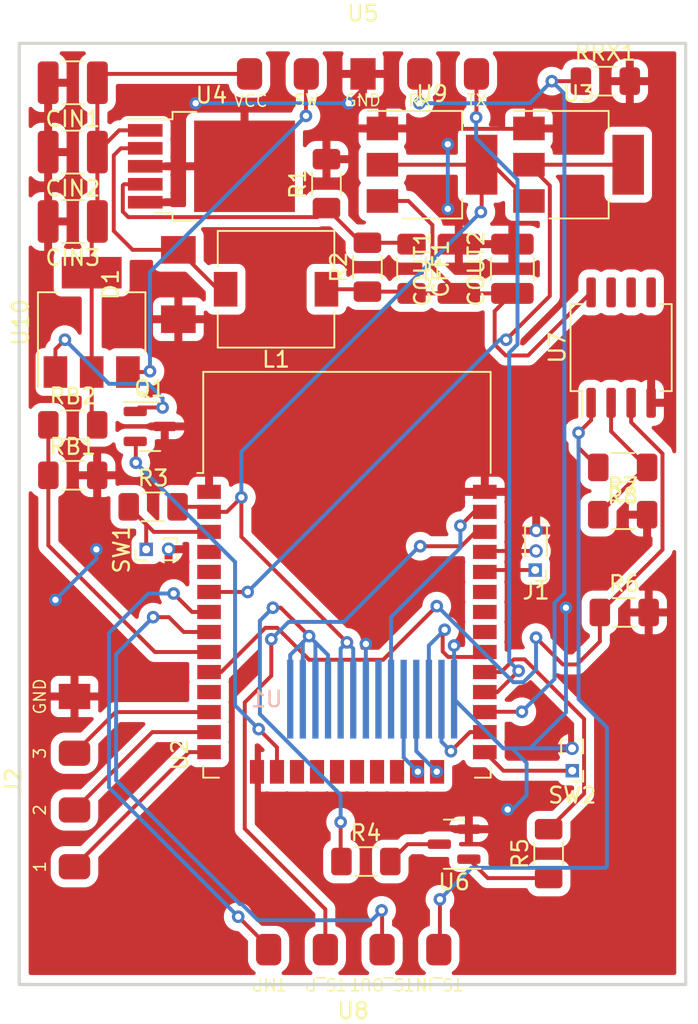
<source format=kicad_pcb>
(kicad_pcb (version 20211014) (generator pcbnew)
  (layers (0 "F.Cu" signal) (31 "B.Cu" signal) (34 "B.Paste" user) (35 "F.Paste" user) (36 "B.SilkS" user "B.Silkscreen") (37 "F.SilkS" user "F.Silkscreen") (38 "B.Mask" user) (39 "F.Mask" user) (44 "Edge.Cuts" user))
  (net 0 "")
  (net 1 "Net-(R3-Pad2)")
  (net 2 "Net-(R4-Pad1)")
  (net 3 "GND")
  (net 4 "Net-(U1-Pad2)")
  (net 5 "Net-(U1-Pad3)")
  (net 6 "Net-(U1-Pad4)")
  (net 7 "Net-(U1-Pad5)")
  (net 8 "Net-(U1-Pad6)")
  (net 10 "Net-(CFF1-Pad1)")
  (net 11 "Net-(CFF1-Pad2)")
  (net 12 "Net-(CIN1-Pad1)")
  (net 13 "Net-(D1-Pad1)")
  (net 14 "Net-(RRX1-Pad1)")
  (net 15 "Net-(U2-Pad28)")
  (net 16 "Net-(U10-Pad3)")
  (net 17 "Net-(Q1-Pad1)")
  (net 18 "Net-(RB1-Pad1)")
  (net 19 "Net-(U2-Pad6)")
  (net 20 "Net-(J1-Pad1)")
  (net 21 "Net-(J1-Pad2)")
  (net 22 "Net-(J2-Pad1)")
  (net 23 "Net-(J2-Pad2)")
  (net 24 "Net-(J2-Pad3)")
  (net 25 "Net-(Q1-Pad2)")
  (net 26 "Net-(R3-Pad1)")
  (net 27 "Net-(R5-Pad2)")
  (net 28 "Net-(R6-Pad1)")
  (net 29 "Net-(SW2-Pad1)")
  (net 32 "Net-(U2-Pad7)")
  (net 33 "Net-(U2-Pad8)")
  (net 44 "Net-(U2-Pad36)")
  (net 45 "Net-(R4-Pad2)")
  (net 46 "Net-(R5-Pad1)")
  (net 47 "Net-(R7-Pad1)")
  (net 48 "Net-(R8-Pad2)")
  (footprint "Resistor_SMD:R_1206_3216Metric_Pad1.30x1.75mm_HandSolder" (layer "F.Cu") (at 173 96.2 90)
    (fp_text reference "R1")
    (fp_text value "10K")
  )
  (footprint "Resistor_SMD:R_1206_3216Metric_Pad1.30x1.75mm_HandSolder" (layer "F.Cu") (at 190.7 89.7)
    (fp_text reference "RRX1")
    (fp_text value "4.7k")
  )
  (footprint "KT_Display:SW1" (layer "F.Cu") (at 161.7 119.4 90)
    (fp_text reference "SW1")
    (fp_text value "SW_Push_Dual")
  )
  (footprint "Capacitor_SMD:C_1210_3225Metric_Pad1.33x2.70mm_HandSolder" (layer "F.Cu") (at 184.8 101.6 90)
    (fp_text reference "COUT2")
    (fp_text value "C")
  )
  (footprint "KT_Display:SolderWire-1x4-ts" (layer "F.Cu") (at 174.7 144.8 180)
    (fp_text reference "U8")
    (fp_text value "Connection_Peripheral")
  )
  (footprint "Resistor_SMD:R_1206_3216Metric_Pad1.30x1.75mm_HandSolder" (layer "F.Cu") (at 162 116.7)
    (fp_text reference "R3")
    (fp_text value "10k")
  )
  (footprint "Resistor_SMD:R_1206_3216Metric_Pad1.30x1.75mm_HandSolder" (layer "F.Cu") (at 191.8 114.2 180)
    (fp_text reference "R8")
    (fp_text value "1k")
  )
  (footprint "Capacitor_SMD:C_1210_3225Metric_Pad1.33x2.70mm_HandSolder" (layer "F.Cu") (at 156.9 89.8 180)
    (fp_text reference "CIN1")
    (fp_text value "C")
  )
  (footprint "Capacitor_SMD:C_1210_3225Metric_Pad1.33x2.70mm_HandSolder" (layer "F.Cu") (at 181.4 101.6 90)
    (fp_text reference "COUT1")
    (fp_text value "C")
  )
  (footprint "Inductor_SMD:L_7.3x7.3_H3.5" (layer "F.Cu") (at 169.8 102.9 180)
    (fp_text reference "L1")
    (fp_text value "L")
  )
  (footprint "Connector_PinHeader_1.00mm:PinHeader_1x03_P1.00mm_Vertical" (layer "F.Cu") (at 186.3 120.5 180)
    (fp_text reference "J1")
    (fp_text value "Conn_01x03_Male")
  )
  (footprint "Resistor_SMD:R_1206_3216Metric_Pad1.30x1.75mm_HandSolder" (layer "F.Cu") (at 187.1 138.7 90)
    (fp_text reference "R5")
    (fp_text value "1k")
  )
  (footprint "Package_TO_SOT_SMD:TO-252-5_TabPin3" (layer "F.Cu") (at 165.7 95.1)
    (fp_text reference "U4")
    (fp_text value "XL7015E1")
  )
  (footprint "Package_TO_SOT_SMD:SOT-223-3_TabPin2" (layer "F.Cu") (at 179.7 95)
    (fp_text reference "U9")
    (fp_text value "NCP1117-3.3_SOT223")
  )
  (footprint "KT_Display:SolderWire-1x4-buttons" (layer "F.Cu") (at 157 134.1 90)
    (fp_text reference "J2")
    (fp_text value "Conn_01x04")
  )
  (footprint "KT_Display:SolderWire-1x5-display" (layer "F.Cu") (at 175.3 89.3)
    (fp_text reference "U5")
    (fp_text value "Connection_Display")
  )
  (footprint "KT_Display:ESP32-WROOM-32" (layer "F.Cu") (at 174.3 124)
    (fp_text reference "U2")
    (fp_text value "ESP-WROOM-32")
  )
  (footprint "Resistor_SMD:R_1206_3216Metric_Pad1.30x1.75mm_HandSolder" (layer "F.Cu") (at 156.9 114.7)
    (fp_text reference "RB1")
    (fp_text value "47k")
  )
  (footprint "Resistor_SMD:R_1206_3216Metric_Pad1.30x1.75mm_HandSolder" (layer "F.Cu") (at 191.9 123.4)
    (fp_text reference "R6")
    (fp_text value "10k")
  )
  (footprint "Resistor_SMD:R_1206_3216Metric_Pad1.30x1.75mm_HandSolder" (layer "F.Cu") (at 175.6 101.5 90)
    (fp_text reference "R2")
    (fp_text value "30K")
  )
  (footprint "Capacitor_SMD:C_1206_3216Metric_Pad1.33x1.80mm_HandSolder" (layer "F.Cu") (at 178.4 101.6 -90)
    (fp_text reference "CFF1")
    (fp_text value "C")
  )
  (footprint "Package_TO_SOT_SMD:SOT-223-3_TabPin2" (layer "F.Cu") (at 189 95)
    (fp_text reference "U3")
    (fp_text value "LM1117-1.8")
  )
  (footprint "Package_SO:SO-8_5.3x6.2mm_P1.27mm" (layer "F.Cu") (at 191.7 106.6 90)
    (fp_text reference "U7")
    (fp_text value "LM358")
  )
  (footprint "Package_TO_SOT_SMD:SOT-23" (layer "F.Cu") (at 161.8 111.6)
    (fp_text reference "Q1")
    (fp_text value "BSS123")
  )
  (footprint "Capacitor_SMD:C_1210_3225Metric_Pad1.33x2.70mm_HandSolder" (layer "F.Cu") (at 156.9 98.6 180)
    (fp_text reference "CIN3")
    (fp_text value "C")
  )
  (footprint "KT_Display:SW1" (layer "F.Cu") (at 188.6 133.3 180)
    (fp_text reference "SW2")
    (fp_text value "SW_Push_Dual")
  )
  (footprint "KT_Display:S2M" (layer "F.Cu") (at 163.6 102.6 90)
    (fp_text reference "D1")
    (fp_text value "S310")
  )
  (footprint "Resistor_SMD:R_1206_3216Metric_Pad1.30x1.75mm_HandSolder" (layer "F.Cu") (at 156.9 111.5)
    (fp_text reference "RB2")
    (fp_text value "1M")
  )
  (footprint "Resistor_SMD:R_1206_3216Metric_Pad1.30x1.75mm_HandSolder" (layer "F.Cu") (at 175.5 139.2)
    (fp_text reference "R4")
    (fp_text value "4")
  )
  (footprint "Capacitor_SMD:C_1210_3225Metric_Pad1.33x2.70mm_HandSolder" (layer "F.Cu") (at 156.9 94.2 180)
    (fp_text reference "CIN2")
    (fp_text value "C")
  )
  (footprint "Package_TO_SOT_SMD:SOT-223-3_TabPin2" (layer "F.Cu") (at 158.1 105 90)
    (fp_text reference "U10")
    (fp_text value "BTS4140N")
  )
  (footprint "Resistor_SMD:R_1206_3216Metric_Pad1.30x1.75mm_HandSolder" (layer "F.Cu") (at 191.8 117.2)
    (fp_text reference "R7")
    (fp_text value "1k")
  )
  (footprint "Package_TO_SOT_SMD:SOT-23" (layer "F.Cu") (at 181.1 138.1 180)
    (fp_text reference "U6")
    (fp_text value "Y1")
  )
  (footprint "KT_Display:ST7789V" (layer "B.Cu") (at 174.3 128.9 180)
    (fp_text reference "U1")
    (fp_text value "ST7789V")
  )
  (gr_rect (start 153.5 87.3) (end 195.8 147) (layer "Edge.Cuts") (width 0.2) (fill none))
  (segment (start 167.6 118.6) (end 174.3 125.3) (width 0.25) (layer "F.Cu") (net 1))
  (segment (start 165.23 116.7) (end 165.55 117.02) (width 0.25) (layer "F.Cu") (net 1))
  (segment (start 182.85 97.95) (end 182.8 98) (width 0.25) (layer "F.Cu") (net 1))
  (segment (start 167.6 116.1) (end 166.68 117.02) (width 0.25) (layer "F.Cu") (net 1))
  (segment (start 167.6 116.1) (end 167.6 118.6) (width 0.25) (layer "F.Cu") (net 1))
  (segment (start 176.55 95) (end 182.85 95) (width 0.25) (layer "F.Cu") (net 1))
  (segment (start 182.85 95) (end 183.55 95) (width 0.25) (layer "F.Cu") (net 1))
  (segment (start 163.55 116.7) (end 165.23 116.7) (width 0.25) (layer "F.Cu") (net 1))
  (segment (start 166.68 117.02) (end 165.55 117.02) (width 0.25) (layer "F.Cu") (net 1))
  (segment (start 183.55 95) (end 185.85 97.3) (width 0.25) (layer "F.Cu") (net 1))
  (segment (start 182.85 95) (end 182.85 97.95) (width 0.25) (layer "F.Cu") (net 1))
  (via (at 167.6 116.1) (size 0.8) (drill 0.4) (layers "F.Cu" "B.Cu") (net 1))
  (via (at 174.3 125.3) (size 0.8) (drill 0.4) (layers "F.Cu" "B.Cu") (net 1))
  (via (at 182.8 98) (size 0.8) (drill 0.4) (layers "F.Cu" "B.Cu") (net 1))
  (segment (start 173.9 125.7) (end 174.3 125.3) (width 0.25) (layer "B.Cu") (net 1))
  (segment (start 174.7 128.9) (end 174.7 125.7) (width 0.25) (layer "B.Cu") (net 1))
  (segment (start 173.9 128.9) (end 173.9 125.7) (width 0.25) (layer "B.Cu") (net 1))
  (segment (start 167.6 113.2) (end 167.6 116.1) (width 0.25) (layer "B.Cu") (net 1))
  (segment (start 182.8 98) (end 167.6 113.2) (width 0.25) (layer "B.Cu") (net 1))
  (segment (start 174.7 125.7) (end 174.3 125.3) (width 0.25) (layer "B.Cu") (net 1))
  (segment (start 171.9 124.9) (end 170.1 123.1) (width 0.25) (layer "F.Cu") (net 2))
  (segment (start 170.1 123.1) (end 169.6 123.1) (width 0.25) (layer "F.Cu") (net 2))
  (segment (start 173.9 136.7) (end 173.9 139.15) (width 0.25) (layer "F.Cu") (net 2))
  (segment (start 173.9 139.15) (end 173.95 139.2) (width 0.25) (layer "F.Cu") (net 2))
  (via (at 171.9 124.9) (size 0.8) (drill 0.4) (layers "F.Cu" "B.Cu") (net 2))
  (via (at 173.9 136.7) (size 0.8) (drill 0.4) (layers "F.Cu" "B.Cu") (net 2))
  (via (at 169.6 123.1) (size 0.8) (drill 0.4) (layers "F.Cu" "B.Cu") (net 2))
  (segment (start 171.9 124.9) (end 171.5 125.3) (width 0.25) (layer "B.Cu") (net 2))
  (segment (start 173.1 126.1) (end 173.1 128.9) (width 0.25) (layer "B.Cu") (net 2))
  (segment (start 170.7 126.1) (end 171.5 125.3) (width 0.25) (layer "B.Cu") (net 2))
  (segment (start 172.3 128.9) (end 172.3 125.3) (width 0.25) (layer "B.Cu") (net 2))
  (segment (start 168.775 123.925) (end 168.775 129.849695) (width 0.25) (layer "B.Cu") (net 2))
  (segment (start 170.7 128.9) (end 170.7 126.1) (width 0.25) (layer "B.Cu") (net 2))
  (segment (start 172.3 125.3) (end 171.9 124.9) (width 0.25) (layer "B.Cu") (net 2))
  (segment (start 173.9 134.974695) (end 173.9 136.7) (width 0.25) (layer "B.Cu") (net 2))
  (segment (start 172.3 125.3) (end 173.1 126.1) (width 0.25) (layer "B.Cu") (net 2))
  (segment (start 168.775 129.849695) (end 173.9 134.974695) (width 0.25) (layer "B.Cu") (net 2))
  (segment (start 169.6 123.1) (end 168.775 123.925) (width 0.25) (layer "B.Cu") (net 2))
  (segment (start 171.5 125.3) (end 171.5 128.9) (width 0.25) (layer "B.Cu") (net 2))
  (segment (start 185.825 92.725) (end 180.775 92.725) (width 0.25) (layer "F.Cu") (net 3))
  (segment (start 185.85 92.7) (end 185.825 92.725) (width 0.25) (layer "F.Cu") (net 3))
  (segment (start 180.775 92.725) (end 176.575 92.725) (width 0.25) (layer "F.Cu") (net 3))
  (segment (start 181.4 100.0375) (end 181.4 98.5) (width 0.25) (layer "F.Cu") (net 3))
  (segment (start 175.32 89.24) (end 175.32 90.18) (width 0.25) (layer "F.Cu") (net 3))
  (segment (start 180.7 92.8) (end 180.775 92.725) (width 0.25) (layer "F.Cu") (net 3))
  (segment (start 180.7 93.7) (end 180.7 92.8) (width 0.25) (layer "F.Cu") (net 3))
  (segment (start 181.4 98.5) (end 180.7 97.8) (width 0.25) (layer "F.Cu") (net 3))
  (segment (start 176.575 92.725) (end 176.55 92.7) (width 0.25) (layer "F.Cu") (net 3))
  (segment (start 175.32 90.18) (end 174.4 91.1) (width 0.25) (layer "F.Cu") (net 3))
  (via (at 184.5 135.9) (size 0.8) (drill 0.4) (layers "F.Cu" "B.Cu") (net 3))
  (via (at 164.7 91.1) (size 0.8) (drill 0.4) (layers "F.Cu" "B.Cu") (net 3))
  (via (at 188.2 123.1) (size 0.8) (drill 0.4) (layers "F.Cu" "B.Cu") (net 3))
  (via (at 158.4 119.4) (size 0.8) (drill 0.4) (layers "F.Cu" "B.Cu") (net 3))
  (via (at 180.7 93.7) (size 0.8) (drill 0.4) (layers "F.Cu" "B.Cu") (net 3))
  (via (at 181.1 125.5) (size 0.8) (drill 0.4) (layers "F.Cu" "B.Cu") (net 3))
  (via (at 175.5 125.4) (size 0.8) (drill 0.4) (layers "F.Cu" "B.Cu") (net 3))
  (via (at 180.7 97.8) (size 0.8) (drill 0.4) (layers "F.Cu" "B.Cu") (net 3))
  (via (at 174.4 91.1) (size 0.8) (drill 0.4) (layers "F.Cu" "B.Cu") (net 3))
  (via (at 155.8 122.6) (size 0.8) (drill 0.4) (layers "F.Cu" "B.Cu") (net 3))
  (segment (start 185.92 132.02) (end 188.55 132.02) (width 0.25) (layer "B.Cu") (net 3))
  (segment (start 180.7 97.8) (end 180.7 93.7) (width 0.25) (layer "B.Cu") (net 3))
  (segment (start 155.8 122.6) (end 158.4 120) (width 0.25) (layer "B.Cu") (net 3))
  (segment (start 185.92 132.02) (end 188.2 129.74) (width 0.25) (layer "B.Cu") (net 3))
  (segment (start 184.78 132.02) (end 185.92 132.02) (width 0.25) (layer "B.Cu") (net 3))
  (segment (start 185.7 132.94) (end 185.7 135) (width 0.25) (layer "B.Cu") (net 3))
  (segment (start 174.4 91.1) (end 164.7 91.1) (width 0.25) (layer "B.Cu") (net 3))
  (segment (start 188.2 129.74) (end 188.2 123.1) (width 0.25) (layer "B.Cu") (net 3))
  (segment (start 158.4 120) (end 158.4 119.4) (width 0.25) (layer "B.Cu") (net 3))
  (segment (start 184.8 135.9) (end 184.5 135.9) (width 0.25) (layer "B.Cu") (net 3))
  (segment (start 175.5 128.9) (end 175.5 125.4) (width 0.25) (layer "B.Cu") (net 3))
  (segment (start 181.1 128.9) (end 181.1 125.5) (width 0.25) (layer "B.Cu") (net 3))
  (segment (start 184.78 132.02) (end 185.7 132.94) (width 0.25) (layer "B.Cu") (net 3))
  (segment (start 184.22 132.02) (end 184.78 132.02) (width 0.25) (layer "B.Cu") (net 3))
  (segment (start 185.7 135) (end 184.8 135.9) (width 0.25) (layer "B.Cu") (net 3))
  (segment (start 181.1 128.9) (end 184.22 132.02) (width 0.25) (layer "B.Cu") (net 3))
  (segment (start 182.11 130.99) (end 183.05 130.99) (width 0.25) (layer "F.Cu") (net 4))
  (segment (start 180.9 132.2) (end 182.11 130.99) (width 0.25) (layer "F.Cu") (net 4))
  (via (at 180.9 132.2) (size 0.8) (drill 0.4) (layers "F.Cu" "B.Cu") (net 4))
  (segment (start 180.3 131.6) (end 180.9 132.2) (width 0.25) (layer "B.Cu") (net 4))
  (segment (start 180.3 128.9) (end 180.3 131.6) (width 0.25) (layer "B.Cu") (net 4))
  (segment (start 180.375 125.875) (end 180.725 126.225) (width 0.25) (layer "F.Cu") (net 5))
  (segment (start 182.735 126.225) (end 183.05 125.91) (width 0.25) (layer "F.Cu") (net 5))
  (segment (start 180.725 126.225) (end 182.735 126.225) (width 0.25) (layer "F.Cu") (net 5))
  (segment (start 180.5 124.5) (end 180.375 124.625) (width 0.25) (layer "F.Cu") (net 5))
  (segment (start 180.375 124.625) (end 180.375 125.875) (width 0.25) (layer "F.Cu") (net 5))
  (via (at 180.5 124.5) (size 0.8) (drill 0.4) (layers "F.Cu" "B.Cu") (net 5))
  (segment (start 179.5 125.5) (end 180.5 124.5) (width 0.25) (layer "B.Cu") (net 5))
  (segment (start 179.5 128.9) (end 179.5 125.5) (width 0.25) (layer "B.Cu") (net 5))
  (via (at 180 133.5) (size 0.8) (drill 0.4) (layers "F.Cu" "B.Cu") (net 6))
  (segment (start 178.7 132.2) (end 180 133.5) (width 0.25) (layer "B.Cu") (net 6))
  (segment (start 178.7 128.9) (end 178.7 132.2) (width 0.25) (layer "B.Cu") (net 6))
  (via (at 178.8 133.5) (size 0.8) (drill 0.4) (layers "F.Cu" "B.Cu") (net 7))
  (segment (start 177.9 128.9) (end 177.9 132.6) (width 0.25) (layer "B.Cu") (net 7))
  (segment (start 177.9 132.6) (end 178.8 133.5) (width 0.25) (layer "B.Cu") (net 7))
  (segment (start 182.38 117.02) (end 183.05 117.02) (width 0.25) (layer "F.Cu") (net 8))
  (segment (start 181.5 117.9) (end 182.38 117.02) (width 0.25) (layer "F.Cu") (net 8))
  (via (at 181.5 117.9) (size 0.8) (drill 0.4) (layers "F.Cu" "B.Cu") (net 8))
  (segment (start 177.1 123.7) (end 181.5 119.3) (width 0.25) (layer "B.Cu") (net 8))
  (segment (start 177.1 128.9) (end 177.1 123.7) (width 0.25) (layer "B.Cu") (net 8))
  (segment (start 181.5 119.3) (end 181.5 117.9) (width 0.25) (layer "B.Cu") (net 8))
  (segment (start 175.6 99.95) (end 175.2 99.95) (width 0.25) (layer "F.Cu") (net 10))
  (segment (start 161.5 96.24) (end 160.15 96.24) (width 0.25) (layer "F.Cu") (net 10))
  (segment (start 178.3125 99.95) (end 178.4 100.0375) (width 0.25) (layer "F.Cu") (net 10))
  (segment (start 172.425 98.325) (end 173 97.75) (width 0.25) (layer "F.Cu") (net 10))
  (segment (start 160.075 97.975) (end 160.425 98.325) (width 0.25) (layer "F.Cu") (net 10))
  (segment (start 160.075 96.315) (end 160.075 97.975) (width 0.25) (layer "F.Cu") (net 10))
  (segment (start 160.425 98.325) (end 172.425 98.325) (width 0.25) (layer "F.Cu") (net 10))
  (segment (start 160.15 96.24) (end 160.075 96.315) (width 0.25) (layer "F.Cu") (net 10))
  (segment (start 175.6 99.95) (end 178.3125 99.95) (width 0.25) (layer "F.Cu") (net 10))
  (segment (start 175.2 99.95) (end 173 97.75) (width 0.25) (layer "F.Cu") (net 10))
  (segment (start 175.6 103.05) (end 178.2875 103.05) (width 0.25) (layer "F.Cu") (net 11))
  (segment (start 178.2875 103.05) (end 178.4 103.1625) (width 0.25) (layer "F.Cu") (net 11))
  (segment (start 184.374695 107.1) (end 185.795 107.1) (width 0.25) (layer "F.Cu") (net 11))
  (segment (start 173 102.9) (end 175.45 102.9) (width 0.25) (layer "F.Cu") (net 11))
  (segment (start 179.725 101.4875) (end 179.725 98.825) (width 0.25) (layer "F.Cu") (net 11))
  (segment (start 178.4 103.1625) (end 181.4 103.1625) (width 0.25) (layer "F.Cu") (net 11))
  (segment (start 184.8 103.1625) (end 183.675 104.2875) (width 0.25) (layer "F.Cu") (net 11))
  (segment (start 175.45 102.9) (end 175.6 103.05) (width 0.25) (layer "F.Cu") (net 11))
  (segment (start 185.795 107.1) (end 189.795 103.1) (width 0.25) (layer "F.Cu") (net 11))
  (segment (start 181.4 103.1625) (end 179.725 101.4875) (width 0.25) (layer "F.Cu") (net 11))
  (segment (start 183.675 104.2875) (end 183.675 106.400305) (width 0.25) (layer "F.Cu") (net 11))
  (segment (start 183.675 106.400305) (end 184.374695 107.1) (width 0.25) (layer "F.Cu") (net 11))
  (segment (start 178.2 97.3) (end 176.55 97.3) (width 0.25) (layer "F.Cu") (net 11))
  (segment (start 181.4 103.1625) (end 184.8 103.1625) (width 0.25) (layer "F.Cu") (net 11))
  (segment (start 179.725 98.825) (end 178.2 97.3) (width 0.25) (layer "F.Cu") (net 11))
  (segment (start 168.12 89.24) (end 159.0225 89.24) (width 0.25) (layer "F.Cu") (net 12))
  (segment (start 158.1 111.15) (end 158.45 111.5) (width 0.25) (layer "F.Cu") (net 12))
  (segment (start 158.1 108.15) (end 158.1 111.15) (width 0.25) (layer "F.Cu") (net 12))
  (segment (start 159.0225 89.24) (end 158.4625 89.8) (width 0.25) (layer "F.Cu") (net 12))
  (segment (start 158.1 101.85) (end 158.1 98.9625) (width 0.25) (layer "F.Cu") (net 12))
  (segment (start 158.4625 94.2) (end 159.8425 92.82) (width 0.25) (layer "F.Cu") (net 12))
  (segment (start 158.4625 94.2) (end 158.4625 98.6) (width 0.25) (layer "F.Cu") (net 12))
  (segment (start 158.1 101.85) (end 158.1 108.15) (width 0.25) (layer "F.Cu") (net 12))
  (segment (start 158.4625 89.8) (end 158.4625 94.2) (width 0.25) (layer "F.Cu") (net 12))
  (segment (start 158.1 98.9625) (end 158.4625 98.6) (width 0.25) (layer "F.Cu") (net 12))
  (segment (start 159.8425 92.82) (end 161.3 92.82) (width 0.25) (layer "F.Cu") (net 12))
  (segment (start 163.6 100.4) (end 166.1 102.9) (width 0.25) (layer "F.Cu") (net 13))
  (segment (start 159.95 93.96) (end 159.5 94.41) (width 0.25) (layer "F.Cu") (net 13))
  (segment (start 166.1 102.9) (end 166.6 102.9) (width 0.25) (layer "F.Cu") (net 13))
  (segment (start 160.7 100.4) (end 163.6 100.4) (width 0.25) (layer "F.Cu") (net 13))
  (segment (start 159.5 99.2) (end 160.7 100.4) (width 0.25) (layer "F.Cu") (net 13))
  (segment (start 159.5 94.41) (end 159.5 99.2) (width 0.25) (layer "F.Cu") (net 13))
  (segment (start 161.3 93.96) (end 159.95 93.96) (width 0.25) (layer "F.Cu") (net 13))
  (segment (start 183.07 129.7) (end 183.05 129.72) (width 0.25) (layer "F.Cu") (net 14))
  (segment (start 185.4 129.7) (end 183.07 129.7) (width 0.25) (layer "F.Cu") (net 14))
  (segment (start 187.3 89.7) (end 189.15 89.7) (width 0.25) (layer "F.Cu") (net 14))
  (segment (start 178.92 89.24) (end 178.92 91.08) (width 0.25) (layer "F.Cu") (net 14))
  (segment (start 178.92 91.08) (end 178.9 91.1) (width 0.25) (layer "F.Cu") (net 14))
  (via (at 178.9 91.1) (size 0.8) (drill 0.4) (layers "F.Cu" "B.Cu") (net 14))
  (via (at 187.3 89.7) (size 0.8) (drill 0.4) (layers "F.Cu" "B.Cu") (net 14))
  (via (at 185.4 129.7) (size 0.8) (drill 0.4) (layers "F.Cu" "B.Cu") (net 14))
  (segment (start 178.9 91.1) (end 185.9 91.1) (width 0.25) (layer "B.Cu") (net 14))
  (segment (start 187.475 127.625) (end 185.4 129.7) (width 0.25) (layer "B.Cu") (net 14))
  (segment (start 187.475 122.799695) (end 187.475 127.625) (width 0.25) (layer "B.Cu") (net 14))
  (segment (start 187.3 89.7) (end 188.1 90.5) (width 0.25) (layer "B.Cu") (net 14))
  (segment (start 185.9 91.1) (end 187.3 89.7) (width 0.25) (layer "B.Cu") (net 14))
  (segment (start 188.1 90.5) (end 188.1 122.174695) (width 0.25) (layer "B.Cu") (net 14))
  (segment (start 188.1 122.174695) (end 187.475 122.799695) (width 0.25) (layer "B.Cu") (net 14))
  (segment (start 183.85 128.45) (end 183.05 128.45) (width 0.25) (layer "F.Cu") (net 15))
  (segment (start 182.52 89.24) (end 182.52 91.62) (width 0.25) (layer "F.Cu") (net 15))
  (segment (start 185.2 127.1) (end 183.85 128.45) (width 0.25) (layer "F.Cu") (net 15))
  (segment (start 182.52 91.62) (end 182.52 91.98) (width 0.25) (layer "F.Cu") (net 15))
  (segment (start 182.52 91.98) (end 182.5 92) (width 0.25) (layer "F.Cu") (net 15))
  (via (at 185.2 127.1) (size 0.8) (drill 0.4) (layers "F.Cu" "B.Cu") (net 15))
  (via (at 182.5 92) (size 0.8) (drill 0.4) (layers "F.Cu" "B.Cu") (net 15))
  (segment (start 185.125 106.400305) (end 184.6 106.925305) (width 0.25) (layer "B.Cu") (net 15))
  (segment (start 182.5 93.325305) (end 185.125 95.950305) (width 0.25) (layer "B.Cu") (net 15))
  (segment (start 182.5 92) (end 182.5 93.325305) (width 0.25) (layer "B.Cu") (net 15))
  (segment (start 184.6 106.925305) (end 184.6 126.5) (width 0.25) (layer "B.Cu") (net 15))
  (segment (start 185.125 95.950305) (end 185.125 106.400305) (width 0.25) (layer "B.Cu") (net 15))
  (segment (start 184.6 126.5) (end 185.2 127.1) (width 0.25) (layer "B.Cu") (net 15))
  (segment (start 161.75 108.15) (end 161.8 108.1) (width 0.25) (layer "F.Cu") (net 16))
  (segment (start 160.4 108.15) (end 161.75 108.15) (width 0.25) (layer "F.Cu") (net 16))
  (segment (start 171.7 91.9) (end 171.7 89.26) (width 0.25) (layer "F.Cu") (net 16))
  (segment (start 171.7 89.26) (end 171.72 89.24) (width 0.25) (layer "F.Cu") (net 16))
  (via (at 171.7 91.9) (size 0.8) (drill 0.4) (layers "F.Cu" "B.Cu") (net 16))
  (via (at 161.8 108.1) (size 0.8) (drill 0.4) (layers "F.Cu" "B.Cu") (net 16))
  (segment (start 161.8 101.8) (end 171.7 91.9) (width 0.25) (layer "B.Cu") (net 16))
  (segment (start 161.8 108.1) (end 161.8 101.8) (width 0.25) (layer "B.Cu") (net 16))
  (segment (start 155.8 106.7) (end 156.4 106.1) (width 0.25) (layer "F.Cu") (net 17))
  (segment (start 161.1125 110.4) (end 160.8625 110.65) (width 0.25) (layer "F.Cu") (net 17))
  (segment (start 155.8 108.15) (end 155.8 106.7) (width 0.25) (layer "F.Cu") (net 17))
  (segment (start 162.6 110.4) (end 161.1125 110.4) (width 0.25) (layer "F.Cu") (net 17))
  (via (at 162.6 110.4) (size 0.8) (drill 0.4) (layers "F.Cu" "B.Cu") (net 17))
  (via (at 156.4 106.1) (size 0.8) (drill 0.4) (layers "F.Cu" "B.Cu") (net 17))
  (segment (start 161.7 108.9) (end 162.6 109.8) (width 0.25) (layer "B.Cu") (net 17))
  (segment (start 156.4 106.1) (end 159.2 108.9) (width 0.25) (layer "B.Cu") (net 17))
  (segment (start 162.6 109.8) (end 162.6 110.4) (width 0.25) (layer "B.Cu") (net 17))
  (segment (start 159.2 108.9) (end 161.7 108.9) (width 0.25) (layer "B.Cu") (net 17))
  (segment (start 155.35 119.15) (end 162.11 125.91) (width 0.25) (layer "F.Cu") (net 18))
  (segment (start 155.35 114.7) (end 155.35 119.15) (width 0.25) (layer "F.Cu") (net 18))
  (segment (start 162.11 125.91) (end 165.55 125.91) (width 0.25) (layer "F.Cu") (net 18))
  (segment (start 155.35 111.5) (end 155.35 114.7) (width 0.25) (layer "F.Cu") (net 18))
  (segment (start 168 122.1) (end 165.55 122.1) (width 0.25) (layer "F.Cu") (net 19))
  (segment (start 187.175 96.325) (end 187.175 103.325) (width 0.25) (layer "F.Cu") (net 19))
  (segment (start 185.85 95) (end 187.175 96.325) (width 0.25) (layer "F.Cu") (net 19))
  (segment (start 185.85 95) (end 192.15 95) (width 0.25) (layer "F.Cu") (net 19))
  (segment (start 187.175 103.325) (end 184.4 106.1) (width 0.25) (layer "F.Cu") (net 19))
  (via (at 184.4 106.1) (size 0.8) (drill 0.4) (layers "F.Cu" "B.Cu") (net 19))
  (via (at 168 122.1) (size 0.8) (drill 0.4) (layers "F.Cu" "B.Cu") (net 19))
  (segment (start 184 106.1) (end 168 122.1) (width 0.25) (layer "B.Cu") (net 19))
  (segment (start 184.4 106.1) (end 184 106.1) (width 0.25) (layer "B.Cu") (net 19))
  (segment (start 183.17 120.71) (end 183.05 120.83) (width 0.25) (layer "F.Cu") (net 20))
  (segment (start 186.25 120.71) (end 183.17 120.71) (width 0.25) (layer "F.Cu") (net 20))
  (segment (start 186.3 119.5) (end 183.11 119.5) (width 0.25) (layer "F.Cu") (net 21))
  (segment (start 183.11 119.5) (end 183.05 119.56) (width 0.25) (layer "F.Cu") (net 21))
  (segment (start 165.55 132.26) (end 164.28 132.26) (width 0.25) (layer "F.Cu") (net 22))
  (segment (start 164.28 132.26) (end 157.01 139.53) (width 0.25) (layer "F.Cu") (net 22))
  (segment (start 165.55 130.99) (end 161.95 130.99) (width 0.25) (layer "F.Cu") (net 23))
  (segment (start 161.95 130.99) (end 157.01 135.93) (width 0.25) (layer "F.Cu") (net 23))
  (segment (start 165.55 129.72) (end 159.62 129.72) (width 0.25) (layer "F.Cu") (net 24))
  (segment (start 159.62 129.72) (end 157.01 132.33) (width 0.25) (layer "F.Cu") (net 24))
  (segment (start 169.86 131.96) (end 168.7 130.8) (width 0.25) (layer "F.Cu") (net 25))
  (segment (start 169.86 133.51) (end 169.86 131.96) (width 0.25) (layer "F.Cu") (net 25))
  (segment (start 160.9 112.5) (end 160.9 113.9) (width 0.25) (layer "F.Cu") (net 25))
  (via (at 160.9 113.9) (size 0.8) (drill 0.4) (layers "F.Cu" "B.Cu") (net 25))
  (via (at 168.7 130.8) (size 0.8) (drill 0.4) (layers "F.Cu" "B.Cu") (net 25))
  (segment (start 167.2 129.3) (end 168.5 130.6) (width 0.25) (layer "B.Cu") (net 25))
  (segment (start 167.2 120.2) (end 167.2 129.2) (width 0.25) (layer "B.Cu") (net 25))
  (segment (start 168.5 130.6) (end 168.7 130.8) (width 0.25) (layer "B.Cu") (net 25))
  (segment (start 160.9 113.9) (end 167.2 120.2) (width 0.25) (layer "B.Cu") (net 25))
  (segment (start 167.2 129.2) (end 167.2 129.3) (width 0.25) (layer "B.Cu") (net 25))
  (segment (start 160.45 116.7) (end 162.04 118.29) (width 0.25) (layer "F.Cu") (net 26))
  (segment (start 162.04 118.29) (end 165.55 118.29) (width 0.25) (layer "F.Cu") (net 26))
  (segment (start 161.56 117.81) (end 160.45 116.7) (width 0.25) (layer "F.Cu") (net 26))
  (segment (start 161.56 119.4) (end 161.56 117.81) (width 0.25) (layer "F.Cu") (net 26))
  (segment (start 184.094695 127.18) (end 184.899695 126.375) (width 0.25) (layer "F.Cu") (net 27))
  (segment (start 185.575 126.375) (end 189.35 130.15) (width 0.25) (layer "F.Cu") (net 27))
  (segment (start 184.899695 126.375) (end 185.575 126.375) (width 0.25) (layer "F.Cu") (net 27))
  (segment (start 189.35 130.15) (end 189.35 134.9) (width 0.25) (layer "F.Cu") (net 27))
  (segment (start 183.05 127.18) (end 184.094695 127.18) (width 0.25) (layer "F.Cu") (net 27))
  (segment (start 189.35 134.9) (end 187.1 137.15) (width 0.25) (layer "F.Cu") (net 27))
  (segment (start 171.9 126.4) (end 169.875 124.375) (width 0.25) (layer "F.Cu") (net 28))
  (segment (start 180 123) (end 176.6 126.4) (width 0.25) (layer "F.Cu") (net 28))
  (segment (start 192.335 110.1) (end 192.335 111.335) (width 0.25) (layer "F.Cu") (net 28))
  (segment (start 188 126.7) (end 187.15 125.85) (width 0.25) (layer "F.Cu") (net 28))
  (segment (start 188.9 126.7) (end 188 126.7) (width 0.25) (layer "F.Cu") (net 28))
  (segment (start 169.125 124.375) (end 166.32 127.18) (width 0.25) (layer "F.Cu") (net 28))
  (segment (start 187.15 125.85) (end 186.55 125.25) (width 0.25) (layer "F.Cu") (net 28))
  (segment (start 194.325 119.425) (end 190.35 123.4) (width 0.25) (layer "F.Cu") (net 28))
  (segment (start 176.6 126.4) (end 171.9 126.4) (width 0.25) (layer "F.Cu") (net 28))
  (segment (start 194.325 113.325) (end 194.325 119.425) (width 0.25) (layer "F.Cu") (net 28))
  (segment (start 186.55 125.25) (end 186.3 125) (width 0.25) (layer "F.Cu") (net 28))
  (segment (start 192.335 111.335) (end 194.325 113.325) (width 0.25) (layer "F.Cu") (net 28))
  (segment (start 169.875 124.375) (end 169.125 124.375) (width 0.25) (layer "F.Cu") (net 28))
  (segment (start 190.35 125.25) (end 188.9 126.7) (width 0.25) (layer "F.Cu") (net 28))
  (segment (start 190.35 123.4) (end 190.35 125.25) (width 0.25) (layer "F.Cu") (net 28))
  (via (at 186.3 125) (size 0.8) (drill 0.4) (layers "F.Cu" "B.Cu") (net 28))
  (via (at 180 123) (size 0.8) (drill 0.4) (layers "F.Cu" "B.Cu") (net 28))
  (segment (start 180.036396 123) (end 180 123) (width 0.25) (layer "B.Cu") (net 28))
  (segment (start 186.3 127.025305) (end 185.500305 127.825) (width 0.25) (layer "B.Cu") (net 28))
  (segment (start 186.3 125) (end 186.3 127.025305) (width 0.25) (layer "B.Cu") (net 28))
  (segment (start 184.861396 127.825) (end 180.036396 123) (width 0.25) (layer "B.Cu") (net 28))
  (segment (start 185.500305 127.825) (end 184.861396 127.825) (width 0.25) (layer "B.Cu") (net 28))
  (segment (start 188.6 133.44) (end 184.23 133.44) (width 0.25) (layer "F.Cu") (net 29))
  (segment (start 184.23 133.44) (end 183.05 132.26) (width 0.25) (layer "F.Cu") (net 29))
  (segment (start 169.33 144.79) (end 169.33 144.63) (width 0.25) (layer "F.Cu") (net 32))
  (segment (start 163.3 122.2) (end 164.47 123.37) (width 0.25) (layer "F.Cu") (net 32))
  (segment (start 169.33 144.63) (end 167.4 142.7) (width 0.25) (layer "F.Cu") (net 32))
  (segment (start 164.47 123.37) (end 165.55 123.37) (width 0.25) (layer "F.Cu") (net 32))
  (via (at 163.3 122.2) (size 0.8) (drill 0.4) (layers "F.Cu" "B.Cu") (net 32))
  (via (at 167.4 142.7) (size 0.8) (drill 0.4) (layers "F.Cu" "B.Cu") (net 32))
  (segment (start 159.2 124.7) (end 161.7 122.2) (width 0.25) (layer "B.Cu") (net 32))
  (segment (start 159.2 134.5) (end 159.2 124.7) (width 0.25) (layer "B.Cu") (net 32))
  (segment (start 161.7 122.2) (end 163.3 122.2) (width 0.25) (layer "B.Cu") (net 32))
  (segment (start 167.4 142.7) (end 159.2 134.5) (width 0.25) (layer "B.Cu") (net 32))
  (segment (start 176.53 142.33) (end 176.5 142.3) (width 0.25) (layer "F.Cu") (net 33))
  (segment (start 176.53 144.79) (end 176.53 142.33) (width 0.25) (layer "F.Cu") (net 33))
  (segment (start 163 123.7) (end 163.94 124.64) (width 0.25) (layer "F.Cu") (net 33))
  (segment (start 162 123.7) (end 163 123.7) (width 0.25) (layer "F.Cu") (net 33))
  (segment (start 163.94 124.64) (end 165.55 124.64) (width 0.25) (layer "F.Cu") (net 33))
  (via (at 176.5 142.3) (size 0.8) (drill 0.4) (layers "F.Cu" "B.Cu") (net 33))
  (via (at 162 123.7) (size 0.8) (drill 0.4) (layers "F.Cu" "B.Cu") (net 33))
  (segment (start 167.5 141.9) (end 159.65 134.05) (width 0.25) (layer "B.Cu") (net 33))
  (segment (start 175.875 142.925) (end 168.650305 142.925) (width 0.25) (layer "B.Cu") (net 33))
  (segment (start 159.65 126.05) (end 162 123.7) (width 0.25) (layer "B.Cu") (net 33))
  (segment (start 159.65 134.05) (end 159.65 127.1) (width 0.25) (layer "B.Cu") (net 33))
  (segment (start 176.5 142.3) (end 175.875 142.925) (width 0.25) (layer "B.Cu") (net 33))
  (segment (start 159.65 127.1) (end 159.65 126.05) (width 0.25) (layer "B.Cu") (net 33))
  (segment (start 168.650305 142.925) (end 167.625305 141.9) (width 0.25) (layer "B.Cu") (net 33))
  (segment (start 167.625305 141.9) (end 167.5 141.9) (width 0.25) (layer "B.Cu") (net 33))
  (segment (start 172.93 144.79) (end 172.93 142.23) (width 0.25) (layer "F.Cu") (net 44))
  (segment (start 169.5 125.1) (end 169.5 127.425305) (width 0.25) (layer "F.Cu") (net 44))
  (segment (start 178.95 119.2) (end 181.56 119.2) (width 0.25) (layer "F.Cu") (net 44))
  (segment (start 181.56 119.2) (end 182.47 118.29) (width 0.25) (layer "F.Cu") (net 44))
  (segment (start 169.5 127.425305) (end 167.815 129.110305) (width 0.25) (layer "F.Cu") (net 44))
  (segment (start 167.815 137.115) (end 172.9 142.2) (width 0.25) (layer "F.Cu") (net 44))
  (segment (start 172.93 142.23) (end 172.9 142.2) (width 0.25) (layer "F.Cu") (net 44))
  (segment (start 182.47 118.29) (end 183.05 118.29) (width 0.25) (layer "F.Cu") (net 44))
  (segment (start 167.815 129.110305) (end 167.815 137.115) (width 0.25) (layer "F.Cu") (net 44))
  (via (at 169.5 125.1) (size 0.8) (drill 0.4) (layers "F.Cu" "B.Cu") (net 44))
  (via (at 178.95 119.2) (size 0.8) (drill 0.4) (layers "F.Cu" "B.Cu") (net 44))
  (segment (start 178.95 119.2) (end 178.9 119.2) (width 0.25) (layer "B.Cu") (net 44))
  (segment (start 178.9 119.2) (end 174.1 124) (width 0.25) (layer "B.Cu") (net 44))
  (segment (start 174.1 124) (end 170.6 124) (width 0.25) (layer "B.Cu") (net 44))
  (segment (start 170.6 124) (end 169.5 125.1) (width 0.25) (layer "B.Cu") (net 44))
  (segment (start 180.1625 138.1) (end 178.15 138.1) (width 0.25) (layer "F.Cu") (net 45))
  (segment (start 178.15 138.1) (end 177.05 139.2) (width 0.25) (layer "F.Cu") (net 45))
  (segment (start 182.0375 139.05) (end 183.2375 140.25) (width 0.25) (layer "F.Cu") (net 46))
  (segment (start 183.2375 140.25) (end 187.1 140.25) (width 0.25) (layer "F.Cu") (net 46))
  (segment (start 193.35 114.2) (end 193.25 114.2) (width 0.25) (layer "F.Cu") (net 47))
  (segment (start 193.25 114.2) (end 190.25 117.2) (width 0.25) (layer "F.Cu") (net 47))
  (segment (start 191.065 111.915) (end 191.065 110.1) (width 0.25) (layer "F.Cu") (net 47))
  (segment (start 193.35 114.2) (end 191.065 111.915) (width 0.25) (layer "F.Cu") (net 47))
  (segment (start 180.2 144.72) (end 180.13 144.79) (width 0.25) (layer "F.Cu") (net 48))
  (segment (start 189.795 110.1) (end 189.795 111.205) (width 0.25) (layer "F.Cu") (net 48))
  (segment (start 189 112.95) (end 190.25 114.2) (width 0.25) (layer "F.Cu") (net 48))
  (segment (start 189 112) (end 189 112.95) (width 0.25) (layer "F.Cu") (net 48))
  (segment (start 189.795 111.205) (end 189 112) (width 0.25) (layer "F.Cu") (net 48))
  (segment (start 180.2 141.6) (end 180.2 144.72) (width 0.25) (layer "F.Cu") (net 48))
  (via (at 189 112) (size 0.8) (drill 0.4) (layers "F.Cu" "B.Cu") (net 48))
  (via (at 180.2 141.6) (size 0.8) (drill 0.4) (layers "F.Cu" "B.Cu") (net 48))
  (segment (start 190.8 139.5) (end 190.7 139.6) (width 0.25) (layer "B.Cu") (net 48))
  (segment (start 190.8 130.7) (end 190.8 139.5) (width 0.25) (layer "B.Cu") (net 48))
  (segment (start 190.7 139.6) (end 182.2 139.6) (width 0.25) (layer "B.Cu") (net 48))
  (segment (start 189 112) (end 189 128.9) (width 0.25) (layer "B.Cu") (net 48))
  (segment (start 182.2 139.6) (end 180.2 141.6) (width 0.25) (layer "B.Cu") (net 48))
  (segment (start 189 128.9) (end 190.8 130.7) (width 0.25) (layer "B.Cu") (net 48))
  (zone (net 3) (net_name "GND") (layer "F.Cu") (connect_pads (clearance 0.508)) (min_thickness 0.254) (fill yes (thermal_gap 0.508) (thermal_bridge_width 0.508))
    (polygon (pts (xy 195.2 146.4) (xy 154.1 146.4) (xy 154.1 87.8) (xy 195.2 87.8)))
  )
)
</source>
